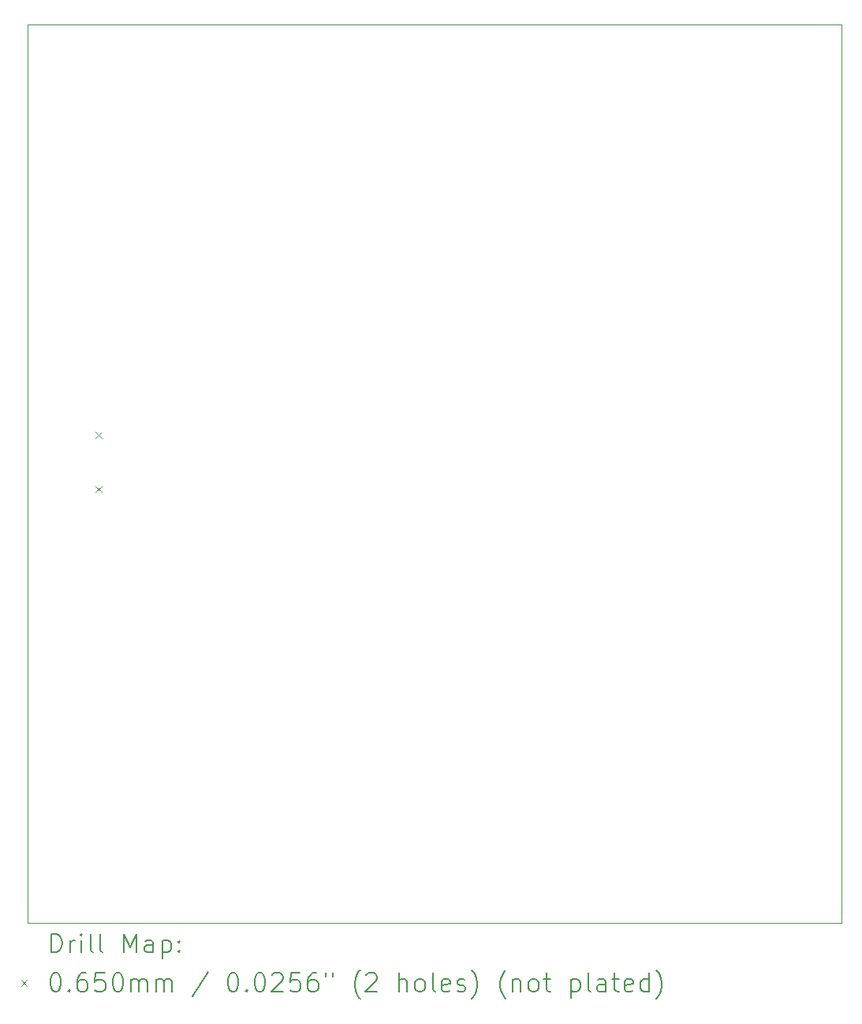
<source format=gbr>
%TF.GenerationSoftware,KiCad,Pcbnew,9.0.7*%
%TF.CreationDate,2026-02-25T21:26:25-06:00*%
%TF.ProjectId,circle_of_life,63697263-6c65-45f6-9f66-5f6c6966652e,rev?*%
%TF.SameCoordinates,Original*%
%TF.FileFunction,Drillmap*%
%TF.FilePolarity,Positive*%
%FSLAX45Y45*%
G04 Gerber Fmt 4.5, Leading zero omitted, Abs format (unit mm)*
G04 Created by KiCad (PCBNEW 9.0.7) date 2026-02-25 21:26:25*
%MOMM*%
%LPD*%
G01*
G04 APERTURE LIST*
%ADD10C,0.050000*%
%ADD11C,0.200000*%
%ADD12C,0.100000*%
G04 APERTURE END LIST*
D10*
X8620000Y-10390000D02*
X17360000Y-10390000D01*
X17360000Y-20030000D01*
X8620000Y-20030000D01*
X8620000Y-10390000D01*
D11*
D12*
X9350500Y-14764500D02*
X9415500Y-14829500D01*
X9415500Y-14764500D02*
X9350500Y-14829500D01*
X9350500Y-15342500D02*
X9415500Y-15407500D01*
X9415500Y-15342500D02*
X9350500Y-15407500D01*
D11*
X8878277Y-20343984D02*
X8878277Y-20143984D01*
X8878277Y-20143984D02*
X8925896Y-20143984D01*
X8925896Y-20143984D02*
X8954467Y-20153508D01*
X8954467Y-20153508D02*
X8973515Y-20172555D01*
X8973515Y-20172555D02*
X8983039Y-20191603D01*
X8983039Y-20191603D02*
X8992563Y-20229698D01*
X8992563Y-20229698D02*
X8992563Y-20258270D01*
X8992563Y-20258270D02*
X8983039Y-20296365D01*
X8983039Y-20296365D02*
X8973515Y-20315412D01*
X8973515Y-20315412D02*
X8954467Y-20334460D01*
X8954467Y-20334460D02*
X8925896Y-20343984D01*
X8925896Y-20343984D02*
X8878277Y-20343984D01*
X9078277Y-20343984D02*
X9078277Y-20210650D01*
X9078277Y-20248746D02*
X9087801Y-20229698D01*
X9087801Y-20229698D02*
X9097324Y-20220174D01*
X9097324Y-20220174D02*
X9116372Y-20210650D01*
X9116372Y-20210650D02*
X9135420Y-20210650D01*
X9202086Y-20343984D02*
X9202086Y-20210650D01*
X9202086Y-20143984D02*
X9192563Y-20153508D01*
X9192563Y-20153508D02*
X9202086Y-20163031D01*
X9202086Y-20163031D02*
X9211610Y-20153508D01*
X9211610Y-20153508D02*
X9202086Y-20143984D01*
X9202086Y-20143984D02*
X9202086Y-20163031D01*
X9325896Y-20343984D02*
X9306848Y-20334460D01*
X9306848Y-20334460D02*
X9297324Y-20315412D01*
X9297324Y-20315412D02*
X9297324Y-20143984D01*
X9430658Y-20343984D02*
X9411610Y-20334460D01*
X9411610Y-20334460D02*
X9402086Y-20315412D01*
X9402086Y-20315412D02*
X9402086Y-20143984D01*
X9659229Y-20343984D02*
X9659229Y-20143984D01*
X9659229Y-20143984D02*
X9725896Y-20286841D01*
X9725896Y-20286841D02*
X9792563Y-20143984D01*
X9792563Y-20143984D02*
X9792563Y-20343984D01*
X9973515Y-20343984D02*
X9973515Y-20239222D01*
X9973515Y-20239222D02*
X9963991Y-20220174D01*
X9963991Y-20220174D02*
X9944944Y-20210650D01*
X9944944Y-20210650D02*
X9906848Y-20210650D01*
X9906848Y-20210650D02*
X9887801Y-20220174D01*
X9973515Y-20334460D02*
X9954467Y-20343984D01*
X9954467Y-20343984D02*
X9906848Y-20343984D01*
X9906848Y-20343984D02*
X9887801Y-20334460D01*
X9887801Y-20334460D02*
X9878277Y-20315412D01*
X9878277Y-20315412D02*
X9878277Y-20296365D01*
X9878277Y-20296365D02*
X9887801Y-20277317D01*
X9887801Y-20277317D02*
X9906848Y-20267793D01*
X9906848Y-20267793D02*
X9954467Y-20267793D01*
X9954467Y-20267793D02*
X9973515Y-20258270D01*
X10068753Y-20210650D02*
X10068753Y-20410650D01*
X10068753Y-20220174D02*
X10087801Y-20210650D01*
X10087801Y-20210650D02*
X10125896Y-20210650D01*
X10125896Y-20210650D02*
X10144944Y-20220174D01*
X10144944Y-20220174D02*
X10154467Y-20229698D01*
X10154467Y-20229698D02*
X10163991Y-20248746D01*
X10163991Y-20248746D02*
X10163991Y-20305889D01*
X10163991Y-20305889D02*
X10154467Y-20324936D01*
X10154467Y-20324936D02*
X10144944Y-20334460D01*
X10144944Y-20334460D02*
X10125896Y-20343984D01*
X10125896Y-20343984D02*
X10087801Y-20343984D01*
X10087801Y-20343984D02*
X10068753Y-20334460D01*
X10249705Y-20324936D02*
X10259229Y-20334460D01*
X10259229Y-20334460D02*
X10249705Y-20343984D01*
X10249705Y-20343984D02*
X10240182Y-20334460D01*
X10240182Y-20334460D02*
X10249705Y-20324936D01*
X10249705Y-20324936D02*
X10249705Y-20343984D01*
X10249705Y-20220174D02*
X10259229Y-20229698D01*
X10259229Y-20229698D02*
X10249705Y-20239222D01*
X10249705Y-20239222D02*
X10240182Y-20229698D01*
X10240182Y-20229698D02*
X10249705Y-20220174D01*
X10249705Y-20220174D02*
X10249705Y-20239222D01*
D12*
X8552500Y-20640000D02*
X8617500Y-20705000D01*
X8617500Y-20640000D02*
X8552500Y-20705000D01*
D11*
X8916372Y-20563984D02*
X8935420Y-20563984D01*
X8935420Y-20563984D02*
X8954467Y-20573508D01*
X8954467Y-20573508D02*
X8963991Y-20583031D01*
X8963991Y-20583031D02*
X8973515Y-20602079D01*
X8973515Y-20602079D02*
X8983039Y-20640174D01*
X8983039Y-20640174D02*
X8983039Y-20687793D01*
X8983039Y-20687793D02*
X8973515Y-20725889D01*
X8973515Y-20725889D02*
X8963991Y-20744936D01*
X8963991Y-20744936D02*
X8954467Y-20754460D01*
X8954467Y-20754460D02*
X8935420Y-20763984D01*
X8935420Y-20763984D02*
X8916372Y-20763984D01*
X8916372Y-20763984D02*
X8897324Y-20754460D01*
X8897324Y-20754460D02*
X8887801Y-20744936D01*
X8887801Y-20744936D02*
X8878277Y-20725889D01*
X8878277Y-20725889D02*
X8868753Y-20687793D01*
X8868753Y-20687793D02*
X8868753Y-20640174D01*
X8868753Y-20640174D02*
X8878277Y-20602079D01*
X8878277Y-20602079D02*
X8887801Y-20583031D01*
X8887801Y-20583031D02*
X8897324Y-20573508D01*
X8897324Y-20573508D02*
X8916372Y-20563984D01*
X9068753Y-20744936D02*
X9078277Y-20754460D01*
X9078277Y-20754460D02*
X9068753Y-20763984D01*
X9068753Y-20763984D02*
X9059229Y-20754460D01*
X9059229Y-20754460D02*
X9068753Y-20744936D01*
X9068753Y-20744936D02*
X9068753Y-20763984D01*
X9249705Y-20563984D02*
X9211610Y-20563984D01*
X9211610Y-20563984D02*
X9192563Y-20573508D01*
X9192563Y-20573508D02*
X9183039Y-20583031D01*
X9183039Y-20583031D02*
X9163991Y-20611603D01*
X9163991Y-20611603D02*
X9154467Y-20649698D01*
X9154467Y-20649698D02*
X9154467Y-20725889D01*
X9154467Y-20725889D02*
X9163991Y-20744936D01*
X9163991Y-20744936D02*
X9173515Y-20754460D01*
X9173515Y-20754460D02*
X9192563Y-20763984D01*
X9192563Y-20763984D02*
X9230658Y-20763984D01*
X9230658Y-20763984D02*
X9249705Y-20754460D01*
X9249705Y-20754460D02*
X9259229Y-20744936D01*
X9259229Y-20744936D02*
X9268753Y-20725889D01*
X9268753Y-20725889D02*
X9268753Y-20678270D01*
X9268753Y-20678270D02*
X9259229Y-20659222D01*
X9259229Y-20659222D02*
X9249705Y-20649698D01*
X9249705Y-20649698D02*
X9230658Y-20640174D01*
X9230658Y-20640174D02*
X9192563Y-20640174D01*
X9192563Y-20640174D02*
X9173515Y-20649698D01*
X9173515Y-20649698D02*
X9163991Y-20659222D01*
X9163991Y-20659222D02*
X9154467Y-20678270D01*
X9449705Y-20563984D02*
X9354467Y-20563984D01*
X9354467Y-20563984D02*
X9344944Y-20659222D01*
X9344944Y-20659222D02*
X9354467Y-20649698D01*
X9354467Y-20649698D02*
X9373515Y-20640174D01*
X9373515Y-20640174D02*
X9421134Y-20640174D01*
X9421134Y-20640174D02*
X9440182Y-20649698D01*
X9440182Y-20649698D02*
X9449705Y-20659222D01*
X9449705Y-20659222D02*
X9459229Y-20678270D01*
X9459229Y-20678270D02*
X9459229Y-20725889D01*
X9459229Y-20725889D02*
X9449705Y-20744936D01*
X9449705Y-20744936D02*
X9440182Y-20754460D01*
X9440182Y-20754460D02*
X9421134Y-20763984D01*
X9421134Y-20763984D02*
X9373515Y-20763984D01*
X9373515Y-20763984D02*
X9354467Y-20754460D01*
X9354467Y-20754460D02*
X9344944Y-20744936D01*
X9583039Y-20563984D02*
X9602086Y-20563984D01*
X9602086Y-20563984D02*
X9621134Y-20573508D01*
X9621134Y-20573508D02*
X9630658Y-20583031D01*
X9630658Y-20583031D02*
X9640182Y-20602079D01*
X9640182Y-20602079D02*
X9649705Y-20640174D01*
X9649705Y-20640174D02*
X9649705Y-20687793D01*
X9649705Y-20687793D02*
X9640182Y-20725889D01*
X9640182Y-20725889D02*
X9630658Y-20744936D01*
X9630658Y-20744936D02*
X9621134Y-20754460D01*
X9621134Y-20754460D02*
X9602086Y-20763984D01*
X9602086Y-20763984D02*
X9583039Y-20763984D01*
X9583039Y-20763984D02*
X9563991Y-20754460D01*
X9563991Y-20754460D02*
X9554467Y-20744936D01*
X9554467Y-20744936D02*
X9544944Y-20725889D01*
X9544944Y-20725889D02*
X9535420Y-20687793D01*
X9535420Y-20687793D02*
X9535420Y-20640174D01*
X9535420Y-20640174D02*
X9544944Y-20602079D01*
X9544944Y-20602079D02*
X9554467Y-20583031D01*
X9554467Y-20583031D02*
X9563991Y-20573508D01*
X9563991Y-20573508D02*
X9583039Y-20563984D01*
X9735420Y-20763984D02*
X9735420Y-20630650D01*
X9735420Y-20649698D02*
X9744944Y-20640174D01*
X9744944Y-20640174D02*
X9763991Y-20630650D01*
X9763991Y-20630650D02*
X9792563Y-20630650D01*
X9792563Y-20630650D02*
X9811610Y-20640174D01*
X9811610Y-20640174D02*
X9821134Y-20659222D01*
X9821134Y-20659222D02*
X9821134Y-20763984D01*
X9821134Y-20659222D02*
X9830658Y-20640174D01*
X9830658Y-20640174D02*
X9849705Y-20630650D01*
X9849705Y-20630650D02*
X9878277Y-20630650D01*
X9878277Y-20630650D02*
X9897325Y-20640174D01*
X9897325Y-20640174D02*
X9906848Y-20659222D01*
X9906848Y-20659222D02*
X9906848Y-20763984D01*
X10002086Y-20763984D02*
X10002086Y-20630650D01*
X10002086Y-20649698D02*
X10011610Y-20640174D01*
X10011610Y-20640174D02*
X10030658Y-20630650D01*
X10030658Y-20630650D02*
X10059229Y-20630650D01*
X10059229Y-20630650D02*
X10078277Y-20640174D01*
X10078277Y-20640174D02*
X10087801Y-20659222D01*
X10087801Y-20659222D02*
X10087801Y-20763984D01*
X10087801Y-20659222D02*
X10097325Y-20640174D01*
X10097325Y-20640174D02*
X10116372Y-20630650D01*
X10116372Y-20630650D02*
X10144944Y-20630650D01*
X10144944Y-20630650D02*
X10163991Y-20640174D01*
X10163991Y-20640174D02*
X10173515Y-20659222D01*
X10173515Y-20659222D02*
X10173515Y-20763984D01*
X10563991Y-20554460D02*
X10392563Y-20811603D01*
X10821134Y-20563984D02*
X10840182Y-20563984D01*
X10840182Y-20563984D02*
X10859229Y-20573508D01*
X10859229Y-20573508D02*
X10868753Y-20583031D01*
X10868753Y-20583031D02*
X10878277Y-20602079D01*
X10878277Y-20602079D02*
X10887801Y-20640174D01*
X10887801Y-20640174D02*
X10887801Y-20687793D01*
X10887801Y-20687793D02*
X10878277Y-20725889D01*
X10878277Y-20725889D02*
X10868753Y-20744936D01*
X10868753Y-20744936D02*
X10859229Y-20754460D01*
X10859229Y-20754460D02*
X10840182Y-20763984D01*
X10840182Y-20763984D02*
X10821134Y-20763984D01*
X10821134Y-20763984D02*
X10802087Y-20754460D01*
X10802087Y-20754460D02*
X10792563Y-20744936D01*
X10792563Y-20744936D02*
X10783039Y-20725889D01*
X10783039Y-20725889D02*
X10773515Y-20687793D01*
X10773515Y-20687793D02*
X10773515Y-20640174D01*
X10773515Y-20640174D02*
X10783039Y-20602079D01*
X10783039Y-20602079D02*
X10792563Y-20583031D01*
X10792563Y-20583031D02*
X10802087Y-20573508D01*
X10802087Y-20573508D02*
X10821134Y-20563984D01*
X10973515Y-20744936D02*
X10983039Y-20754460D01*
X10983039Y-20754460D02*
X10973515Y-20763984D01*
X10973515Y-20763984D02*
X10963991Y-20754460D01*
X10963991Y-20754460D02*
X10973515Y-20744936D01*
X10973515Y-20744936D02*
X10973515Y-20763984D01*
X11106848Y-20563984D02*
X11125896Y-20563984D01*
X11125896Y-20563984D02*
X11144944Y-20573508D01*
X11144944Y-20573508D02*
X11154468Y-20583031D01*
X11154468Y-20583031D02*
X11163991Y-20602079D01*
X11163991Y-20602079D02*
X11173515Y-20640174D01*
X11173515Y-20640174D02*
X11173515Y-20687793D01*
X11173515Y-20687793D02*
X11163991Y-20725889D01*
X11163991Y-20725889D02*
X11154468Y-20744936D01*
X11154468Y-20744936D02*
X11144944Y-20754460D01*
X11144944Y-20754460D02*
X11125896Y-20763984D01*
X11125896Y-20763984D02*
X11106848Y-20763984D01*
X11106848Y-20763984D02*
X11087801Y-20754460D01*
X11087801Y-20754460D02*
X11078277Y-20744936D01*
X11078277Y-20744936D02*
X11068753Y-20725889D01*
X11068753Y-20725889D02*
X11059229Y-20687793D01*
X11059229Y-20687793D02*
X11059229Y-20640174D01*
X11059229Y-20640174D02*
X11068753Y-20602079D01*
X11068753Y-20602079D02*
X11078277Y-20583031D01*
X11078277Y-20583031D02*
X11087801Y-20573508D01*
X11087801Y-20573508D02*
X11106848Y-20563984D01*
X11249706Y-20583031D02*
X11259229Y-20573508D01*
X11259229Y-20573508D02*
X11278277Y-20563984D01*
X11278277Y-20563984D02*
X11325896Y-20563984D01*
X11325896Y-20563984D02*
X11344944Y-20573508D01*
X11344944Y-20573508D02*
X11354467Y-20583031D01*
X11354467Y-20583031D02*
X11363991Y-20602079D01*
X11363991Y-20602079D02*
X11363991Y-20621127D01*
X11363991Y-20621127D02*
X11354467Y-20649698D01*
X11354467Y-20649698D02*
X11240182Y-20763984D01*
X11240182Y-20763984D02*
X11363991Y-20763984D01*
X11544944Y-20563984D02*
X11449706Y-20563984D01*
X11449706Y-20563984D02*
X11440182Y-20659222D01*
X11440182Y-20659222D02*
X11449706Y-20649698D01*
X11449706Y-20649698D02*
X11468753Y-20640174D01*
X11468753Y-20640174D02*
X11516372Y-20640174D01*
X11516372Y-20640174D02*
X11535420Y-20649698D01*
X11535420Y-20649698D02*
X11544944Y-20659222D01*
X11544944Y-20659222D02*
X11554467Y-20678270D01*
X11554467Y-20678270D02*
X11554467Y-20725889D01*
X11554467Y-20725889D02*
X11544944Y-20744936D01*
X11544944Y-20744936D02*
X11535420Y-20754460D01*
X11535420Y-20754460D02*
X11516372Y-20763984D01*
X11516372Y-20763984D02*
X11468753Y-20763984D01*
X11468753Y-20763984D02*
X11449706Y-20754460D01*
X11449706Y-20754460D02*
X11440182Y-20744936D01*
X11725896Y-20563984D02*
X11687801Y-20563984D01*
X11687801Y-20563984D02*
X11668753Y-20573508D01*
X11668753Y-20573508D02*
X11659229Y-20583031D01*
X11659229Y-20583031D02*
X11640182Y-20611603D01*
X11640182Y-20611603D02*
X11630658Y-20649698D01*
X11630658Y-20649698D02*
X11630658Y-20725889D01*
X11630658Y-20725889D02*
X11640182Y-20744936D01*
X11640182Y-20744936D02*
X11649706Y-20754460D01*
X11649706Y-20754460D02*
X11668753Y-20763984D01*
X11668753Y-20763984D02*
X11706848Y-20763984D01*
X11706848Y-20763984D02*
X11725896Y-20754460D01*
X11725896Y-20754460D02*
X11735420Y-20744936D01*
X11735420Y-20744936D02*
X11744944Y-20725889D01*
X11744944Y-20725889D02*
X11744944Y-20678270D01*
X11744944Y-20678270D02*
X11735420Y-20659222D01*
X11735420Y-20659222D02*
X11725896Y-20649698D01*
X11725896Y-20649698D02*
X11706848Y-20640174D01*
X11706848Y-20640174D02*
X11668753Y-20640174D01*
X11668753Y-20640174D02*
X11649706Y-20649698D01*
X11649706Y-20649698D02*
X11640182Y-20659222D01*
X11640182Y-20659222D02*
X11630658Y-20678270D01*
X11821134Y-20563984D02*
X11821134Y-20602079D01*
X11897325Y-20563984D02*
X11897325Y-20602079D01*
X12192563Y-20840174D02*
X12183039Y-20830650D01*
X12183039Y-20830650D02*
X12163991Y-20802079D01*
X12163991Y-20802079D02*
X12154468Y-20783031D01*
X12154468Y-20783031D02*
X12144944Y-20754460D01*
X12144944Y-20754460D02*
X12135420Y-20706841D01*
X12135420Y-20706841D02*
X12135420Y-20668746D01*
X12135420Y-20668746D02*
X12144944Y-20621127D01*
X12144944Y-20621127D02*
X12154468Y-20592555D01*
X12154468Y-20592555D02*
X12163991Y-20573508D01*
X12163991Y-20573508D02*
X12183039Y-20544936D01*
X12183039Y-20544936D02*
X12192563Y-20535412D01*
X12259229Y-20583031D02*
X12268753Y-20573508D01*
X12268753Y-20573508D02*
X12287801Y-20563984D01*
X12287801Y-20563984D02*
X12335420Y-20563984D01*
X12335420Y-20563984D02*
X12354468Y-20573508D01*
X12354468Y-20573508D02*
X12363991Y-20583031D01*
X12363991Y-20583031D02*
X12373515Y-20602079D01*
X12373515Y-20602079D02*
X12373515Y-20621127D01*
X12373515Y-20621127D02*
X12363991Y-20649698D01*
X12363991Y-20649698D02*
X12249706Y-20763984D01*
X12249706Y-20763984D02*
X12373515Y-20763984D01*
X12611610Y-20763984D02*
X12611610Y-20563984D01*
X12697325Y-20763984D02*
X12697325Y-20659222D01*
X12697325Y-20659222D02*
X12687801Y-20640174D01*
X12687801Y-20640174D02*
X12668753Y-20630650D01*
X12668753Y-20630650D02*
X12640182Y-20630650D01*
X12640182Y-20630650D02*
X12621134Y-20640174D01*
X12621134Y-20640174D02*
X12611610Y-20649698D01*
X12821134Y-20763984D02*
X12802087Y-20754460D01*
X12802087Y-20754460D02*
X12792563Y-20744936D01*
X12792563Y-20744936D02*
X12783039Y-20725889D01*
X12783039Y-20725889D02*
X12783039Y-20668746D01*
X12783039Y-20668746D02*
X12792563Y-20649698D01*
X12792563Y-20649698D02*
X12802087Y-20640174D01*
X12802087Y-20640174D02*
X12821134Y-20630650D01*
X12821134Y-20630650D02*
X12849706Y-20630650D01*
X12849706Y-20630650D02*
X12868753Y-20640174D01*
X12868753Y-20640174D02*
X12878277Y-20649698D01*
X12878277Y-20649698D02*
X12887801Y-20668746D01*
X12887801Y-20668746D02*
X12887801Y-20725889D01*
X12887801Y-20725889D02*
X12878277Y-20744936D01*
X12878277Y-20744936D02*
X12868753Y-20754460D01*
X12868753Y-20754460D02*
X12849706Y-20763984D01*
X12849706Y-20763984D02*
X12821134Y-20763984D01*
X13002087Y-20763984D02*
X12983039Y-20754460D01*
X12983039Y-20754460D02*
X12973515Y-20735412D01*
X12973515Y-20735412D02*
X12973515Y-20563984D01*
X13154468Y-20754460D02*
X13135420Y-20763984D01*
X13135420Y-20763984D02*
X13097325Y-20763984D01*
X13097325Y-20763984D02*
X13078277Y-20754460D01*
X13078277Y-20754460D02*
X13068753Y-20735412D01*
X13068753Y-20735412D02*
X13068753Y-20659222D01*
X13068753Y-20659222D02*
X13078277Y-20640174D01*
X13078277Y-20640174D02*
X13097325Y-20630650D01*
X13097325Y-20630650D02*
X13135420Y-20630650D01*
X13135420Y-20630650D02*
X13154468Y-20640174D01*
X13154468Y-20640174D02*
X13163991Y-20659222D01*
X13163991Y-20659222D02*
X13163991Y-20678270D01*
X13163991Y-20678270D02*
X13068753Y-20697317D01*
X13240182Y-20754460D02*
X13259230Y-20763984D01*
X13259230Y-20763984D02*
X13297325Y-20763984D01*
X13297325Y-20763984D02*
X13316372Y-20754460D01*
X13316372Y-20754460D02*
X13325896Y-20735412D01*
X13325896Y-20735412D02*
X13325896Y-20725889D01*
X13325896Y-20725889D02*
X13316372Y-20706841D01*
X13316372Y-20706841D02*
X13297325Y-20697317D01*
X13297325Y-20697317D02*
X13268753Y-20697317D01*
X13268753Y-20697317D02*
X13249706Y-20687793D01*
X13249706Y-20687793D02*
X13240182Y-20668746D01*
X13240182Y-20668746D02*
X13240182Y-20659222D01*
X13240182Y-20659222D02*
X13249706Y-20640174D01*
X13249706Y-20640174D02*
X13268753Y-20630650D01*
X13268753Y-20630650D02*
X13297325Y-20630650D01*
X13297325Y-20630650D02*
X13316372Y-20640174D01*
X13392563Y-20840174D02*
X13402087Y-20830650D01*
X13402087Y-20830650D02*
X13421134Y-20802079D01*
X13421134Y-20802079D02*
X13430658Y-20783031D01*
X13430658Y-20783031D02*
X13440182Y-20754460D01*
X13440182Y-20754460D02*
X13449706Y-20706841D01*
X13449706Y-20706841D02*
X13449706Y-20668746D01*
X13449706Y-20668746D02*
X13440182Y-20621127D01*
X13440182Y-20621127D02*
X13430658Y-20592555D01*
X13430658Y-20592555D02*
X13421134Y-20573508D01*
X13421134Y-20573508D02*
X13402087Y-20544936D01*
X13402087Y-20544936D02*
X13392563Y-20535412D01*
X13754468Y-20840174D02*
X13744944Y-20830650D01*
X13744944Y-20830650D02*
X13725896Y-20802079D01*
X13725896Y-20802079D02*
X13716372Y-20783031D01*
X13716372Y-20783031D02*
X13706849Y-20754460D01*
X13706849Y-20754460D02*
X13697325Y-20706841D01*
X13697325Y-20706841D02*
X13697325Y-20668746D01*
X13697325Y-20668746D02*
X13706849Y-20621127D01*
X13706849Y-20621127D02*
X13716372Y-20592555D01*
X13716372Y-20592555D02*
X13725896Y-20573508D01*
X13725896Y-20573508D02*
X13744944Y-20544936D01*
X13744944Y-20544936D02*
X13754468Y-20535412D01*
X13830658Y-20630650D02*
X13830658Y-20763984D01*
X13830658Y-20649698D02*
X13840182Y-20640174D01*
X13840182Y-20640174D02*
X13859230Y-20630650D01*
X13859230Y-20630650D02*
X13887801Y-20630650D01*
X13887801Y-20630650D02*
X13906849Y-20640174D01*
X13906849Y-20640174D02*
X13916372Y-20659222D01*
X13916372Y-20659222D02*
X13916372Y-20763984D01*
X14040182Y-20763984D02*
X14021134Y-20754460D01*
X14021134Y-20754460D02*
X14011611Y-20744936D01*
X14011611Y-20744936D02*
X14002087Y-20725889D01*
X14002087Y-20725889D02*
X14002087Y-20668746D01*
X14002087Y-20668746D02*
X14011611Y-20649698D01*
X14011611Y-20649698D02*
X14021134Y-20640174D01*
X14021134Y-20640174D02*
X14040182Y-20630650D01*
X14040182Y-20630650D02*
X14068753Y-20630650D01*
X14068753Y-20630650D02*
X14087801Y-20640174D01*
X14087801Y-20640174D02*
X14097325Y-20649698D01*
X14097325Y-20649698D02*
X14106849Y-20668746D01*
X14106849Y-20668746D02*
X14106849Y-20725889D01*
X14106849Y-20725889D02*
X14097325Y-20744936D01*
X14097325Y-20744936D02*
X14087801Y-20754460D01*
X14087801Y-20754460D02*
X14068753Y-20763984D01*
X14068753Y-20763984D02*
X14040182Y-20763984D01*
X14163992Y-20630650D02*
X14240182Y-20630650D01*
X14192563Y-20563984D02*
X14192563Y-20735412D01*
X14192563Y-20735412D02*
X14202087Y-20754460D01*
X14202087Y-20754460D02*
X14221134Y-20763984D01*
X14221134Y-20763984D02*
X14240182Y-20763984D01*
X14459230Y-20630650D02*
X14459230Y-20830650D01*
X14459230Y-20640174D02*
X14478277Y-20630650D01*
X14478277Y-20630650D02*
X14516373Y-20630650D01*
X14516373Y-20630650D02*
X14535420Y-20640174D01*
X14535420Y-20640174D02*
X14544944Y-20649698D01*
X14544944Y-20649698D02*
X14554468Y-20668746D01*
X14554468Y-20668746D02*
X14554468Y-20725889D01*
X14554468Y-20725889D02*
X14544944Y-20744936D01*
X14544944Y-20744936D02*
X14535420Y-20754460D01*
X14535420Y-20754460D02*
X14516373Y-20763984D01*
X14516373Y-20763984D02*
X14478277Y-20763984D01*
X14478277Y-20763984D02*
X14459230Y-20754460D01*
X14668753Y-20763984D02*
X14649706Y-20754460D01*
X14649706Y-20754460D02*
X14640182Y-20735412D01*
X14640182Y-20735412D02*
X14640182Y-20563984D01*
X14830658Y-20763984D02*
X14830658Y-20659222D01*
X14830658Y-20659222D02*
X14821134Y-20640174D01*
X14821134Y-20640174D02*
X14802087Y-20630650D01*
X14802087Y-20630650D02*
X14763992Y-20630650D01*
X14763992Y-20630650D02*
X14744944Y-20640174D01*
X14830658Y-20754460D02*
X14811611Y-20763984D01*
X14811611Y-20763984D02*
X14763992Y-20763984D01*
X14763992Y-20763984D02*
X14744944Y-20754460D01*
X14744944Y-20754460D02*
X14735420Y-20735412D01*
X14735420Y-20735412D02*
X14735420Y-20716365D01*
X14735420Y-20716365D02*
X14744944Y-20697317D01*
X14744944Y-20697317D02*
X14763992Y-20687793D01*
X14763992Y-20687793D02*
X14811611Y-20687793D01*
X14811611Y-20687793D02*
X14830658Y-20678270D01*
X14897325Y-20630650D02*
X14973515Y-20630650D01*
X14925896Y-20563984D02*
X14925896Y-20735412D01*
X14925896Y-20735412D02*
X14935420Y-20754460D01*
X14935420Y-20754460D02*
X14954468Y-20763984D01*
X14954468Y-20763984D02*
X14973515Y-20763984D01*
X15116373Y-20754460D02*
X15097325Y-20763984D01*
X15097325Y-20763984D02*
X15059230Y-20763984D01*
X15059230Y-20763984D02*
X15040182Y-20754460D01*
X15040182Y-20754460D02*
X15030658Y-20735412D01*
X15030658Y-20735412D02*
X15030658Y-20659222D01*
X15030658Y-20659222D02*
X15040182Y-20640174D01*
X15040182Y-20640174D02*
X15059230Y-20630650D01*
X15059230Y-20630650D02*
X15097325Y-20630650D01*
X15097325Y-20630650D02*
X15116373Y-20640174D01*
X15116373Y-20640174D02*
X15125896Y-20659222D01*
X15125896Y-20659222D02*
X15125896Y-20678270D01*
X15125896Y-20678270D02*
X15030658Y-20697317D01*
X15297325Y-20763984D02*
X15297325Y-20563984D01*
X15297325Y-20754460D02*
X15278277Y-20763984D01*
X15278277Y-20763984D02*
X15240182Y-20763984D01*
X15240182Y-20763984D02*
X15221134Y-20754460D01*
X15221134Y-20754460D02*
X15211611Y-20744936D01*
X15211611Y-20744936D02*
X15202087Y-20725889D01*
X15202087Y-20725889D02*
X15202087Y-20668746D01*
X15202087Y-20668746D02*
X15211611Y-20649698D01*
X15211611Y-20649698D02*
X15221134Y-20640174D01*
X15221134Y-20640174D02*
X15240182Y-20630650D01*
X15240182Y-20630650D02*
X15278277Y-20630650D01*
X15278277Y-20630650D02*
X15297325Y-20640174D01*
X15373515Y-20840174D02*
X15383039Y-20830650D01*
X15383039Y-20830650D02*
X15402087Y-20802079D01*
X15402087Y-20802079D02*
X15411611Y-20783031D01*
X15411611Y-20783031D02*
X15421134Y-20754460D01*
X15421134Y-20754460D02*
X15430658Y-20706841D01*
X15430658Y-20706841D02*
X15430658Y-20668746D01*
X15430658Y-20668746D02*
X15421134Y-20621127D01*
X15421134Y-20621127D02*
X15411611Y-20592555D01*
X15411611Y-20592555D02*
X15402087Y-20573508D01*
X15402087Y-20573508D02*
X15383039Y-20544936D01*
X15383039Y-20544936D02*
X15373515Y-20535412D01*
M02*

</source>
